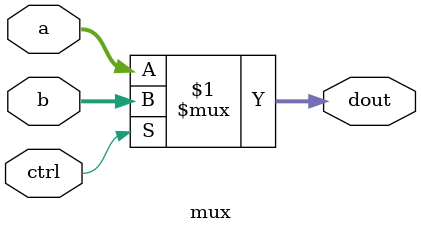
<source format=v>
module mux #(parameter WIDTH = 32) (a, b, ctrl, dout);
	input 	[WIDTH - 1:0] 	a;
	input 	[WIDTH - 1:0] 	b;
	input 					ctrl;

	output 	[WIDTH - 1:0]	dout;

	assign dout = ctrl? b: a;

endmodule // Multiplexer


</source>
